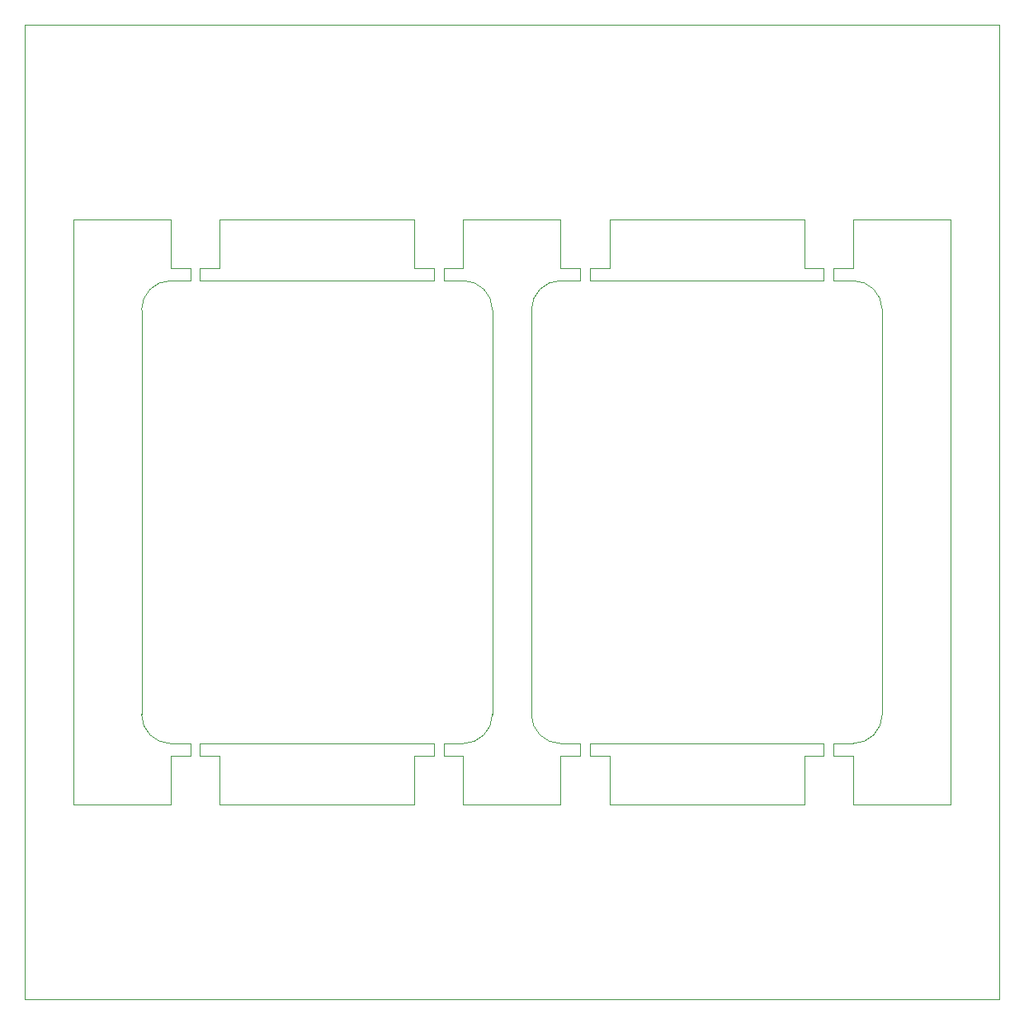
<source format=gm1>
G04 #@! TF.GenerationSoftware,KiCad,Pcbnew,(5.1.6)-1*
G04 #@! TF.CreationDate,2020-09-04T00:39:58+09:00*
G04 #@! TF.ProjectId,forMnu,666f724d-6e75-42e6-9b69-6361645f7063,rev?*
G04 #@! TF.SameCoordinates,Original*
G04 #@! TF.FileFunction,Profile,NP*
%FSLAX46Y46*%
G04 Gerber Fmt 4.6, Leading zero omitted, Abs format (unit mm)*
G04 Created by KiCad (PCBNEW (5.1.6)-1) date 2020-09-04 00:39:58*
%MOMM*%
%LPD*%
G01*
G04 APERTURE LIST*
G04 #@! TA.AperFunction,Profile*
%ADD10C,0.050000*%
G04 #@! TD*
G04 APERTURE END LIST*
D10*
X18000000Y-73750000D02*
X18000000Y-75000000D01*
X43000000Y-75000000D02*
X43000000Y-73750000D01*
X58000000Y-73750000D02*
X58000000Y-75000000D01*
X83000000Y-73750000D02*
X83000000Y-75000000D01*
X17000000Y-26250000D02*
X17000000Y-25000000D01*
X43000000Y-26250000D02*
X43000000Y-25000000D01*
X57000000Y-26250000D02*
X55000000Y-26250000D01*
X20000000Y-75000000D02*
X18000000Y-75000000D01*
X17000000Y-75000000D02*
X15000000Y-75000000D01*
X17000000Y-73750000D02*
X17000000Y-75000000D01*
X17000000Y-73750000D02*
X15000000Y-73750000D01*
X45000000Y-73750000D02*
X43000000Y-73750000D01*
X42000000Y-75000000D02*
X42000000Y-73750000D01*
X45000000Y-75000000D02*
X43000000Y-75000000D01*
X42000000Y-75000000D02*
X40000000Y-75000000D01*
X57000000Y-73750000D02*
X55000000Y-73750000D01*
X57000000Y-75000000D02*
X57000000Y-73750000D01*
X60000000Y-75000000D02*
X58000000Y-75000000D01*
X57000000Y-75000000D02*
X55000000Y-75000000D01*
X85000000Y-75000000D02*
X83000000Y-75000000D01*
X82000000Y-75000000D02*
X80000000Y-75000000D01*
X85000000Y-73750000D02*
X83000000Y-73750000D01*
X82000000Y-75000000D02*
X82000000Y-73750000D01*
X17000000Y-26250000D02*
X15000000Y-26250000D01*
X20000000Y-25000000D02*
X18000000Y-25000000D01*
X18000000Y-26250000D02*
X18000000Y-25000000D01*
X45000000Y-25000000D02*
X43000000Y-25000000D01*
X42000000Y-26250000D02*
X42000000Y-25000000D01*
X45000000Y-26250000D02*
X43000000Y-26250000D01*
X58000000Y-25000000D02*
X58000000Y-26250000D01*
X57000000Y-26250000D02*
X57000000Y-25000000D01*
X60000000Y-25000000D02*
X58000000Y-25000000D01*
X83000000Y-26250000D02*
X83000000Y-25000000D01*
X82000000Y-26250000D02*
X82000000Y-25000000D01*
X85000000Y-26250000D02*
X83000000Y-26250000D01*
X85000000Y-25000000D02*
X83000000Y-25000000D01*
X95000000Y-20000000D02*
X95000000Y-80000000D01*
X85000000Y-80000000D02*
X95000000Y-80000000D01*
X85000000Y-75000000D02*
X85000000Y-80000000D01*
X80000000Y-80000000D02*
X80000000Y-75000000D01*
X60000000Y-80000000D02*
X80000000Y-80000000D01*
X60000000Y-75000000D02*
X60000000Y-80000000D01*
X55000000Y-80000000D02*
X55000000Y-75000000D01*
X45000000Y-80000000D02*
X55000000Y-80000000D01*
X45000000Y-75000000D02*
X45000000Y-80000000D01*
X40000000Y-80000000D02*
X40000000Y-75000000D01*
X20000000Y-80000000D02*
X40000000Y-80000000D01*
X20000000Y-75000000D02*
X20000000Y-80000000D01*
X15000000Y-80000000D02*
X15000000Y-75000000D01*
X5000000Y-80000000D02*
X15000000Y-80000000D01*
X0Y-100000000D02*
X0Y0D01*
X100000000Y-100000000D02*
X0Y-100000000D01*
X5000000Y-80000000D02*
X5000000Y-20000000D01*
X15000000Y-20000000D02*
X5000000Y-20000000D01*
X15000000Y-25000000D02*
X15000000Y-20000000D01*
X17000000Y-25000000D02*
X15000000Y-25000000D01*
X20000000Y-20000000D02*
X20000000Y-25000000D01*
X40000000Y-20000000D02*
X20000000Y-20000000D01*
X40000000Y-25000000D02*
X40000000Y-20000000D01*
X42000000Y-25000000D02*
X40000000Y-25000000D01*
X45000000Y-20000000D02*
X45000000Y-25000000D01*
X55000000Y-20000000D02*
X45000000Y-20000000D01*
X55000000Y-25000000D02*
X55000000Y-20000000D01*
X57000000Y-25000000D02*
X55000000Y-25000000D01*
X60000000Y-20000000D02*
X60000000Y-25000000D01*
X80000000Y-20000000D02*
X60000000Y-20000000D01*
X80000000Y-25000000D02*
X80000000Y-20000000D01*
X82000000Y-25000000D02*
X80000000Y-25000000D01*
X85000000Y-20000000D02*
X85000000Y-25000000D01*
X95000000Y-20000000D02*
X85000000Y-20000000D01*
X100000000Y0D02*
X100000000Y-100000000D01*
X0Y0D02*
X100000000Y0D01*
X82000000Y-73750000D02*
X58000000Y-73750000D01*
X88000000Y-70750000D02*
G75*
G02*
X85000000Y-73750000I-3000000J0D01*
G01*
X85000000Y-26250000D02*
G75*
G02*
X88000000Y-29250000I0J-3000000D01*
G01*
X52000000Y-70750000D02*
X52000000Y-29250000D01*
X58000000Y-26250000D02*
X82000000Y-26250000D01*
X55000000Y-73750000D02*
G75*
G02*
X52000000Y-70750000I0J3000000D01*
G01*
X52000000Y-29250000D02*
G75*
G02*
X55000000Y-26250000I3000000J0D01*
G01*
X88000000Y-29250000D02*
X88000000Y-70750000D01*
X15000000Y-73750000D02*
G75*
G02*
X12000000Y-70750000I0J3000000D01*
G01*
X48000000Y-70750000D02*
G75*
G02*
X45000000Y-73750000I-3000000J0D01*
G01*
X45000000Y-26250000D02*
G75*
G02*
X48000000Y-29250000I0J-3000000D01*
G01*
X12000000Y-29250000D02*
G75*
G02*
X15000000Y-26250000I3000000J0D01*
G01*
X12000000Y-70750000D02*
X12000000Y-29250000D01*
X42000000Y-73750000D02*
X18000000Y-73750000D01*
X48000000Y-29250000D02*
X48000000Y-70750000D01*
X18000000Y-26250000D02*
X42000000Y-26250000D01*
M02*

</source>
